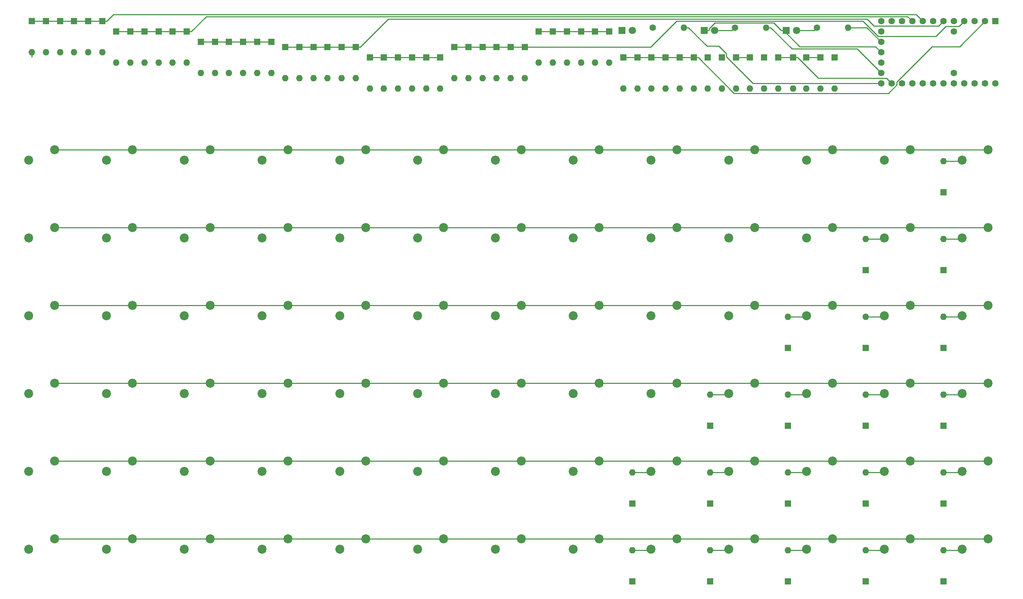
<source format=gbr>
%TF.GenerationSoftware,KiCad,Pcbnew,5.1.8-5.1.8*%
%TF.CreationDate,2020-11-21T17:42:12+00:00*%
%TF.ProjectId,m78,6d37382e-6b69-4636-9164-5f7063625858,rev?*%
%TF.SameCoordinates,Original*%
%TF.FileFunction,Copper,L1,Top*%
%TF.FilePolarity,Positive*%
%FSLAX46Y46*%
G04 Gerber Fmt 4.6, Leading zero omitted, Abs format (unit mm)*
G04 Created by KiCad (PCBNEW 5.1.8-5.1.8) date 2020-11-21 17:42:12*
%MOMM*%
%LPD*%
G01*
G04 APERTURE LIST*
%TA.AperFunction,ComponentPad*%
%ADD10R,1.600000X1.600000*%
%TD*%
%TA.AperFunction,ComponentPad*%
%ADD11O,1.600000X1.600000*%
%TD*%
%TA.AperFunction,ComponentPad*%
%ADD12C,2.200000*%
%TD*%
%TA.AperFunction,ComponentPad*%
%ADD13C,1.600000*%
%TD*%
%TA.AperFunction,ComponentPad*%
%ADD14C,1.800000*%
%TD*%
%TA.AperFunction,ComponentPad*%
%ADD15R,1.800000X1.800000*%
%TD*%
%TA.AperFunction,Conductor*%
%ADD16C,0.250000*%
%TD*%
G04 APERTURE END LIST*
D10*
%TO.P,D1,1*%
%TO.N,c0*%
X24861800Y-16810000D03*
D11*
%TO.P,D1,2*%
%TO.N,Net-(D1-Pad2)*%
X24861800Y-24430000D03*
%TD*%
D10*
%TO.P,D72,1*%
%TO.N,c11*%
X229060000Y-153970000D03*
D11*
%TO.P,D72,2*%
%TO.N,Net-(D72-Pad2)*%
X229060000Y-146350000D03*
%TD*%
D10*
%TO.P,D66,1*%
%TO.N,c10*%
X210010000Y-153970000D03*
D11*
%TO.P,D66,2*%
%TO.N,Net-(D66-Pad2)*%
X210010000Y-146350000D03*
%TD*%
D10*
%TO.P,D60,1*%
%TO.N,c9*%
X190960000Y-153970000D03*
D11*
%TO.P,D60,2*%
%TO.N,Net-(D60-Pad2)*%
X190960000Y-146350000D03*
%TD*%
D10*
%TO.P,D54,1*%
%TO.N,c8*%
X171910000Y-153970000D03*
D11*
%TO.P,D54,2*%
%TO.N,Net-(D54-Pad2)*%
X171910000Y-146350000D03*
%TD*%
D10*
%TO.P,D48,1*%
%TO.N,c7*%
X186953000Y-25700000D03*
D11*
%TO.P,D48,2*%
%TO.N,Net-(D48-Pad2)*%
X186953000Y-33320000D03*
%TD*%
D10*
%TO.P,D42,1*%
%TO.N,c6*%
X166260000Y-19350000D03*
D11*
%TO.P,D42,2*%
%TO.N,Net-(D42-Pad2)*%
X166260000Y-26970000D03*
%TD*%
D10*
%TO.P,D36,1*%
%TO.N,c5*%
X145568000Y-23160000D03*
D11*
%TO.P,D36,2*%
%TO.N,Net-(D36-Pad2)*%
X145568000Y-30780000D03*
%TD*%
D10*
%TO.P,D30,1*%
%TO.N,c4*%
X124875000Y-25700000D03*
D11*
%TO.P,D30,2*%
%TO.N,Net-(D30-Pad2)*%
X124875000Y-33320000D03*
%TD*%
D10*
%TO.P,D24,1*%
%TO.N,c3*%
X104183000Y-23160000D03*
D11*
%TO.P,D24,2*%
%TO.N,Net-(D24-Pad2)*%
X104183000Y-30780000D03*
%TD*%
D10*
%TO.P,D18,1*%
%TO.N,c2*%
X83490400Y-21890000D03*
D11*
%TO.P,D18,2*%
%TO.N,Net-(D18-Pad2)*%
X83490400Y-29510000D03*
%TD*%
D10*
%TO.P,D12,1*%
%TO.N,c1*%
X62797900Y-19350000D03*
D11*
%TO.P,D12,2*%
%TO.N,Net-(D12-Pad2)*%
X62797900Y-26970000D03*
%TD*%
D10*
%TO.P,D6,1*%
%TO.N,c0*%
X42105500Y-16810000D03*
D11*
%TO.P,D6,2*%
%TO.N,Net-(D6-Pad2)*%
X42105500Y-24430000D03*
%TD*%
D10*
%TO.P,D67,1*%
%TO.N,c11*%
X221440000Y-25700000D03*
D11*
%TO.P,D67,2*%
%TO.N,Net-(D67-Pad2)*%
X221440000Y-33320000D03*
%TD*%
D10*
%TO.P,D77,1*%
%TO.N,c12*%
X248110000Y-134920000D03*
D11*
%TO.P,D77,2*%
%TO.N,Net-(D77-Pad2)*%
X248110000Y-127300000D03*
%TD*%
D10*
%TO.P,D76,1*%
%TO.N,c12*%
X248110000Y-115870000D03*
D11*
%TO.P,D76,2*%
%TO.N,Net-(D76-Pad2)*%
X248110000Y-108250000D03*
%TD*%
D10*
%TO.P,D75,1*%
%TO.N,c12*%
X248110000Y-96820000D03*
D11*
%TO.P,D75,2*%
%TO.N,Net-(D75-Pad2)*%
X248110000Y-89200000D03*
%TD*%
D10*
%TO.P,D74,1*%
%TO.N,c12*%
X248110000Y-77770000D03*
D11*
%TO.P,D74,2*%
%TO.N,Net-(D74-Pad2)*%
X248110000Y-70150000D03*
%TD*%
D10*
%TO.P,D73,1*%
%TO.N,c12*%
X248110000Y-58720000D03*
D11*
%TO.P,D73,2*%
%TO.N,Net-(D73-Pad2)*%
X248110000Y-51100000D03*
%TD*%
D10*
%TO.P,D71,1*%
%TO.N,c11*%
X229060000Y-134920000D03*
D11*
%TO.P,D71,2*%
%TO.N,Net-(D71-Pad2)*%
X229060000Y-127300000D03*
%TD*%
D10*
%TO.P,D70,1*%
%TO.N,c11*%
X229060000Y-115870000D03*
D11*
%TO.P,D70,2*%
%TO.N,Net-(D70-Pad2)*%
X229060000Y-108250000D03*
%TD*%
D10*
%TO.P,D69,1*%
%TO.N,c11*%
X229060000Y-96820000D03*
D11*
%TO.P,D69,2*%
%TO.N,Net-(D69-Pad2)*%
X229060000Y-89200000D03*
%TD*%
D10*
%TO.P,D68,1*%
%TO.N,c11*%
X229060000Y-77770000D03*
D11*
%TO.P,D68,2*%
%TO.N,Net-(D68-Pad2)*%
X229060000Y-70150000D03*
%TD*%
D10*
%TO.P,D65,1*%
%TO.N,c10*%
X210010000Y-134920000D03*
D11*
%TO.P,D65,2*%
%TO.N,Net-(D65-Pad2)*%
X210010000Y-127300000D03*
%TD*%
D10*
%TO.P,D64,1*%
%TO.N,c10*%
X210010000Y-115870000D03*
D11*
%TO.P,D64,2*%
%TO.N,Net-(D64-Pad2)*%
X210010000Y-108250000D03*
%TD*%
D10*
%TO.P,D63,1*%
%TO.N,c10*%
X210010000Y-96820000D03*
D11*
%TO.P,D63,2*%
%TO.N,Net-(D63-Pad2)*%
X210010000Y-89200000D03*
%TD*%
D10*
%TO.P,D62,1*%
%TO.N,c10*%
X214542000Y-25700000D03*
D11*
%TO.P,D62,2*%
%TO.N,Net-(D62-Pad2)*%
X214542000Y-33320000D03*
%TD*%
D10*
%TO.P,D61,1*%
%TO.N,c10*%
X217991000Y-25700000D03*
D11*
%TO.P,D61,2*%
%TO.N,Net-(D61-Pad2)*%
X217991000Y-33320000D03*
%TD*%
D10*
%TO.P,D59,1*%
%TO.N,c9*%
X190960000Y-134920000D03*
D11*
%TO.P,D59,2*%
%TO.N,Net-(D59-Pad2)*%
X190960000Y-127300000D03*
%TD*%
D10*
%TO.P,D58,1*%
%TO.N,c9*%
X190960000Y-115870000D03*
D11*
%TO.P,D58,2*%
%TO.N,Net-(D58-Pad2)*%
X190960000Y-108250000D03*
%TD*%
D10*
%TO.P,D57,1*%
%TO.N,c9*%
X211280000Y-25700000D03*
D11*
%TO.P,D57,2*%
%TO.N,Net-(D57-Pad2)*%
X211280000Y-33320000D03*
%TD*%
D10*
%TO.P,D56,1*%
%TO.N,c9*%
X207645000Y-25700000D03*
D11*
%TO.P,D56,2*%
%TO.N,Net-(D56-Pad2)*%
X207645000Y-33320000D03*
%TD*%
D10*
%TO.P,D55,1*%
%TO.N,c9*%
X204196000Y-25700000D03*
D11*
%TO.P,D55,2*%
%TO.N,Net-(D55-Pad2)*%
X204196000Y-33320000D03*
%TD*%
D10*
%TO.P,D53,1*%
%TO.N,c8*%
X171910000Y-134920000D03*
D11*
%TO.P,D53,2*%
%TO.N,Net-(D53-Pad2)*%
X171910000Y-127300000D03*
%TD*%
D10*
%TO.P,D52,1*%
%TO.N,c8*%
X200748000Y-25700000D03*
D11*
%TO.P,D52,2*%
%TO.N,Net-(D52-Pad2)*%
X200748000Y-33320000D03*
%TD*%
D10*
%TO.P,D51,1*%
%TO.N,c8*%
X197299000Y-25700000D03*
D11*
%TO.P,D51,2*%
%TO.N,Net-(D51-Pad2)*%
X197299000Y-33320000D03*
%TD*%
D10*
%TO.P,D50,1*%
%TO.N,c8*%
X193850000Y-25700000D03*
D11*
%TO.P,D50,2*%
%TO.N,Net-(D50-Pad2)*%
X193850000Y-33320000D03*
%TD*%
D10*
%TO.P,D49,1*%
%TO.N,c8*%
X190401000Y-25700000D03*
D11*
%TO.P,D49,2*%
%TO.N,Net-(D49-Pad2)*%
X190401000Y-33320000D03*
%TD*%
D10*
%TO.P,D47,1*%
%TO.N,c7*%
X183504000Y-25700000D03*
D11*
%TO.P,D47,2*%
%TO.N,Net-(D47-Pad2)*%
X183504000Y-33320000D03*
%TD*%
D10*
%TO.P,D46,1*%
%TO.N,c7*%
X180055000Y-25700000D03*
D11*
%TO.P,D46,2*%
%TO.N,Net-(D46-Pad2)*%
X180055000Y-33320000D03*
%TD*%
D10*
%TO.P,D45,1*%
%TO.N,c7*%
X176606000Y-25700000D03*
D11*
%TO.P,D45,2*%
%TO.N,Net-(D45-Pad2)*%
X176606000Y-33320000D03*
%TD*%
D10*
%TO.P,D44,1*%
%TO.N,c7*%
X173158000Y-25700000D03*
D11*
%TO.P,D44,2*%
%TO.N,Net-(D44-Pad2)*%
X173158000Y-33320000D03*
%TD*%
D10*
%TO.P,D43,1*%
%TO.N,c7*%
X169709000Y-25700000D03*
D11*
%TO.P,D43,2*%
%TO.N,Net-(D43-Pad2)*%
X169709000Y-33320000D03*
%TD*%
D10*
%TO.P,D41,1*%
%TO.N,c6*%
X162811000Y-19350000D03*
D11*
%TO.P,D41,2*%
%TO.N,Net-(D41-Pad2)*%
X162811000Y-26970000D03*
%TD*%
D10*
%TO.P,D40,1*%
%TO.N,c6*%
X159363000Y-19350000D03*
D11*
%TO.P,D40,2*%
%TO.N,Net-(D40-Pad2)*%
X159363000Y-26970000D03*
%TD*%
D10*
%TO.P,D39,1*%
%TO.N,c6*%
X155914000Y-19350000D03*
D11*
%TO.P,D39,2*%
%TO.N,Net-(D39-Pad2)*%
X155914000Y-26970000D03*
%TD*%
D10*
%TO.P,D38,1*%
%TO.N,c6*%
X152465000Y-19350000D03*
D11*
%TO.P,D38,2*%
%TO.N,Net-(D38-Pad2)*%
X152465000Y-26970000D03*
%TD*%
D10*
%TO.P,D37,1*%
%TO.N,c6*%
X149016000Y-19350000D03*
D11*
%TO.P,D37,2*%
%TO.N,Net-(D37-Pad2)*%
X149016000Y-26970000D03*
%TD*%
D10*
%TO.P,D35,1*%
%TO.N,c5*%
X142119000Y-23160000D03*
D11*
%TO.P,D35,2*%
%TO.N,Net-(D35-Pad2)*%
X142119000Y-30780000D03*
%TD*%
D10*
%TO.P,D34,1*%
%TO.N,c5*%
X138670000Y-23160000D03*
D11*
%TO.P,D34,2*%
%TO.N,Net-(D34-Pad2)*%
X138670000Y-30780000D03*
%TD*%
D10*
%TO.P,D33,1*%
%TO.N,c5*%
X135221000Y-23160000D03*
D11*
%TO.P,D33,2*%
%TO.N,Net-(D33-Pad2)*%
X135221000Y-30780000D03*
%TD*%
D10*
%TO.P,D32,1*%
%TO.N,c5*%
X131773000Y-23160000D03*
D11*
%TO.P,D32,2*%
%TO.N,Net-(D32-Pad2)*%
X131773000Y-30780000D03*
%TD*%
D10*
%TO.P,D31,1*%
%TO.N,c5*%
X128324000Y-23160000D03*
D11*
%TO.P,D31,2*%
%TO.N,Net-(D31-Pad2)*%
X128324000Y-30780000D03*
%TD*%
D10*
%TO.P,D29,1*%
%TO.N,c4*%
X121427000Y-25700000D03*
D11*
%TO.P,D29,2*%
%TO.N,Net-(D29-Pad2)*%
X121427000Y-33320000D03*
%TD*%
D10*
%TO.P,D28,1*%
%TO.N,c4*%
X117978000Y-25700000D03*
D11*
%TO.P,D28,2*%
%TO.N,Net-(D28-Pad2)*%
X117978000Y-33320000D03*
%TD*%
D10*
%TO.P,D27,1*%
%TO.N,c4*%
X114529000Y-25700000D03*
D11*
%TO.P,D27,2*%
%TO.N,Net-(D27-Pad2)*%
X114529000Y-33320000D03*
%TD*%
D10*
%TO.P,D26,1*%
%TO.N,c4*%
X111080000Y-25700000D03*
D11*
%TO.P,D26,2*%
%TO.N,Net-(D26-Pad2)*%
X111080000Y-33320000D03*
%TD*%
D10*
%TO.P,D25,1*%
%TO.N,c4*%
X107632000Y-25700000D03*
D11*
%TO.P,D25,2*%
%TO.N,Net-(D25-Pad2)*%
X107632000Y-33320000D03*
%TD*%
D10*
%TO.P,D23,1*%
%TO.N,c3*%
X100734000Y-23160000D03*
D11*
%TO.P,D23,2*%
%TO.N,Net-(D23-Pad2)*%
X100734000Y-30780000D03*
%TD*%
D10*
%TO.P,D22,1*%
%TO.N,c3*%
X97285300Y-23160000D03*
D11*
%TO.P,D22,2*%
%TO.N,Net-(D22-Pad2)*%
X97285300Y-30780000D03*
%TD*%
D10*
%TO.P,D21,1*%
%TO.N,c3*%
X93836600Y-23160000D03*
D11*
%TO.P,D21,2*%
%TO.N,Net-(D21-Pad2)*%
X93836600Y-30780000D03*
%TD*%
D10*
%TO.P,D20,1*%
%TO.N,c3*%
X90387900Y-23160000D03*
D11*
%TO.P,D20,2*%
%TO.N,Net-(D20-Pad2)*%
X90387900Y-30780000D03*
%TD*%
D10*
%TO.P,D19,1*%
%TO.N,c3*%
X86939100Y-23160000D03*
D11*
%TO.P,D19,2*%
%TO.N,Net-(D19-Pad2)*%
X86939100Y-30780000D03*
%TD*%
D10*
%TO.P,D17,1*%
%TO.N,c2*%
X80041600Y-21890000D03*
D11*
%TO.P,D17,2*%
%TO.N,Net-(D17-Pad2)*%
X80041600Y-29510000D03*
%TD*%
D10*
%TO.P,D16,1*%
%TO.N,c2*%
X76592900Y-21890000D03*
D11*
%TO.P,D16,2*%
%TO.N,Net-(D16-Pad2)*%
X76592900Y-29510000D03*
%TD*%
D10*
%TO.P,D15,1*%
%TO.N,c2*%
X73144200Y-21890000D03*
D11*
%TO.P,D15,2*%
%TO.N,Net-(D15-Pad2)*%
X73144200Y-29510000D03*
%TD*%
D10*
%TO.P,D14,1*%
%TO.N,c2*%
X69695400Y-21890000D03*
D11*
%TO.P,D14,2*%
%TO.N,Net-(D14-Pad2)*%
X69695400Y-29510000D03*
%TD*%
D10*
%TO.P,D13,1*%
%TO.N,c2*%
X66246700Y-21890000D03*
D11*
%TO.P,D13,2*%
%TO.N,Net-(D13-Pad2)*%
X66246700Y-29510000D03*
%TD*%
D10*
%TO.P,D11,1*%
%TO.N,c1*%
X59349200Y-19350000D03*
D11*
%TO.P,D11,2*%
%TO.N,Net-(D11-Pad2)*%
X59349200Y-26970000D03*
%TD*%
D10*
%TO.P,D10,1*%
%TO.N,c1*%
X55900500Y-19350000D03*
D11*
%TO.P,D10,2*%
%TO.N,Net-(D10-Pad2)*%
X55900500Y-26970000D03*
%TD*%
D10*
%TO.P,D9,1*%
%TO.N,c1*%
X52451700Y-19350000D03*
D11*
%TO.P,D9,2*%
%TO.N,Net-(D9-Pad2)*%
X52451700Y-26970000D03*
%TD*%
D10*
%TO.P,D8,1*%
%TO.N,c1*%
X49003000Y-19350000D03*
D11*
%TO.P,D8,2*%
%TO.N,Net-(D8-Pad2)*%
X49003000Y-26970000D03*
%TD*%
D10*
%TO.P,D7,1*%
%TO.N,c1*%
X45554200Y-19350000D03*
D11*
%TO.P,D7,2*%
%TO.N,Net-(D7-Pad2)*%
X45554200Y-26970000D03*
%TD*%
D10*
%TO.P,D5,1*%
%TO.N,c0*%
X38656800Y-16810000D03*
D11*
%TO.P,D5,2*%
%TO.N,Net-(D5-Pad2)*%
X38656800Y-24430000D03*
%TD*%
D10*
%TO.P,D4,1*%
%TO.N,c0*%
X35208000Y-16810000D03*
D11*
%TO.P,D4,2*%
%TO.N,Net-(D4-Pad2)*%
X35208000Y-24430000D03*
%TD*%
D10*
%TO.P,D3,1*%
%TO.N,c0*%
X31759300Y-16810000D03*
D11*
%TO.P,D3,2*%
%TO.N,Net-(D3-Pad2)*%
X31759300Y-24430000D03*
%TD*%
D10*
%TO.P,D2,1*%
%TO.N,c0*%
X28310500Y-16810000D03*
D11*
%TO.P,D2,2*%
%TO.N,Net-(D2-Pad2)*%
X28310500Y-24430000D03*
%TD*%
%TO.P,D78,2*%
%TO.N,Net-(D78-Pad2)*%
X248110000Y-146350000D03*
D10*
%TO.P,D78,1*%
%TO.N,c12*%
X248110000Y-153970000D03*
%TD*%
D12*
%TO.P,SW78,2*%
%TO.N,Net-(D78-Pad2)*%
X252730000Y-146050000D03*
%TO.P,SW78,1*%
%TO.N,r5*%
X259080000Y-143510000D03*
%TD*%
%TO.P,SW77,2*%
%TO.N,Net-(D77-Pad2)*%
X252730000Y-127000000D03*
%TO.P,SW77,1*%
%TO.N,r4*%
X259080000Y-124460000D03*
%TD*%
%TO.P,SW76,2*%
%TO.N,Net-(D76-Pad2)*%
X252730000Y-107950000D03*
%TO.P,SW76,1*%
%TO.N,r3*%
X259080000Y-105410000D03*
%TD*%
%TO.P,SW75,2*%
%TO.N,Net-(D75-Pad2)*%
X252730000Y-88900000D03*
%TO.P,SW75,1*%
%TO.N,r2*%
X259080000Y-86360000D03*
%TD*%
%TO.P,SW74,2*%
%TO.N,Net-(D74-Pad2)*%
X252730000Y-69850000D03*
%TO.P,SW74,1*%
%TO.N,r1*%
X259080000Y-67310000D03*
%TD*%
%TO.P,SW73,2*%
%TO.N,Net-(D73-Pad2)*%
X252730000Y-50800000D03*
%TO.P,SW73,1*%
%TO.N,r0*%
X259080000Y-48260000D03*
%TD*%
%TO.P,SW72,2*%
%TO.N,Net-(D72-Pad2)*%
X233680000Y-146050000D03*
%TO.P,SW72,1*%
%TO.N,r5*%
X240030000Y-143510000D03*
%TD*%
%TO.P,SW71,2*%
%TO.N,Net-(D71-Pad2)*%
X233680000Y-127000000D03*
%TO.P,SW71,1*%
%TO.N,r4*%
X240030000Y-124460000D03*
%TD*%
%TO.P,SW70,2*%
%TO.N,Net-(D70-Pad2)*%
X233680000Y-107950000D03*
%TO.P,SW70,1*%
%TO.N,r3*%
X240030000Y-105410000D03*
%TD*%
%TO.P,SW69,2*%
%TO.N,Net-(D69-Pad2)*%
X233680000Y-88900000D03*
%TO.P,SW69,1*%
%TO.N,r2*%
X240030000Y-86360000D03*
%TD*%
%TO.P,SW68,2*%
%TO.N,Net-(D68-Pad2)*%
X233680000Y-69850000D03*
%TO.P,SW68,1*%
%TO.N,r1*%
X240030000Y-67310000D03*
%TD*%
%TO.P,SW67,2*%
%TO.N,Net-(D67-Pad2)*%
X233680000Y-50800000D03*
%TO.P,SW67,1*%
%TO.N,r0*%
X240030000Y-48260000D03*
%TD*%
%TO.P,SW66,2*%
%TO.N,Net-(D66-Pad2)*%
X214630000Y-146050000D03*
%TO.P,SW66,1*%
%TO.N,r5*%
X220980000Y-143510000D03*
%TD*%
%TO.P,SW65,2*%
%TO.N,Net-(D65-Pad2)*%
X214630000Y-127000000D03*
%TO.P,SW65,1*%
%TO.N,r4*%
X220980000Y-124460000D03*
%TD*%
%TO.P,SW64,2*%
%TO.N,Net-(D64-Pad2)*%
X214630000Y-107950000D03*
%TO.P,SW64,1*%
%TO.N,r3*%
X220980000Y-105410000D03*
%TD*%
%TO.P,SW63,2*%
%TO.N,Net-(D63-Pad2)*%
X214630000Y-88900000D03*
%TO.P,SW63,1*%
%TO.N,r2*%
X220980000Y-86360000D03*
%TD*%
%TO.P,SW62,2*%
%TO.N,Net-(D62-Pad2)*%
X214630000Y-69850000D03*
%TO.P,SW62,1*%
%TO.N,r1*%
X220980000Y-67310000D03*
%TD*%
%TO.P,SW61,2*%
%TO.N,Net-(D61-Pad2)*%
X214630000Y-50800000D03*
%TO.P,SW61,1*%
%TO.N,r0*%
X220980000Y-48260000D03*
%TD*%
%TO.P,SW60,2*%
%TO.N,Net-(D60-Pad2)*%
X195580000Y-146050000D03*
%TO.P,SW60,1*%
%TO.N,r5*%
X201930000Y-143510000D03*
%TD*%
%TO.P,SW59,2*%
%TO.N,Net-(D59-Pad2)*%
X195580000Y-127000000D03*
%TO.P,SW59,1*%
%TO.N,r4*%
X201930000Y-124460000D03*
%TD*%
%TO.P,SW58,2*%
%TO.N,Net-(D58-Pad2)*%
X195580000Y-107950000D03*
%TO.P,SW58,1*%
%TO.N,r3*%
X201930000Y-105410000D03*
%TD*%
%TO.P,SW57,2*%
%TO.N,Net-(D57-Pad2)*%
X195580000Y-88900000D03*
%TO.P,SW57,1*%
%TO.N,r2*%
X201930000Y-86360000D03*
%TD*%
%TO.P,SW56,2*%
%TO.N,Net-(D56-Pad2)*%
X195580000Y-69850000D03*
%TO.P,SW56,1*%
%TO.N,r1*%
X201930000Y-67310000D03*
%TD*%
%TO.P,SW55,2*%
%TO.N,Net-(D55-Pad2)*%
X195580000Y-50800000D03*
%TO.P,SW55,1*%
%TO.N,r0*%
X201930000Y-48260000D03*
%TD*%
%TO.P,SW54,2*%
%TO.N,Net-(D54-Pad2)*%
X176530000Y-146050000D03*
%TO.P,SW54,1*%
%TO.N,r5*%
X182880000Y-143510000D03*
%TD*%
%TO.P,SW53,2*%
%TO.N,Net-(D53-Pad2)*%
X176530000Y-127000000D03*
%TO.P,SW53,1*%
%TO.N,r4*%
X182880000Y-124460000D03*
%TD*%
%TO.P,SW52,2*%
%TO.N,Net-(D52-Pad2)*%
X176530000Y-107950000D03*
%TO.P,SW52,1*%
%TO.N,r3*%
X182880000Y-105410000D03*
%TD*%
%TO.P,SW51,2*%
%TO.N,Net-(D51-Pad2)*%
X176530000Y-88900000D03*
%TO.P,SW51,1*%
%TO.N,r2*%
X182880000Y-86360000D03*
%TD*%
%TO.P,SW50,2*%
%TO.N,Net-(D50-Pad2)*%
X176530000Y-69850000D03*
%TO.P,SW50,1*%
%TO.N,r1*%
X182880000Y-67310000D03*
%TD*%
%TO.P,SW49,2*%
%TO.N,Net-(D49-Pad2)*%
X176530000Y-50800000D03*
%TO.P,SW49,1*%
%TO.N,r0*%
X182880000Y-48260000D03*
%TD*%
%TO.P,SW48,2*%
%TO.N,Net-(D48-Pad2)*%
X157480000Y-146050000D03*
%TO.P,SW48,1*%
%TO.N,r5*%
X163830000Y-143510000D03*
%TD*%
%TO.P,SW47,2*%
%TO.N,Net-(D47-Pad2)*%
X157480000Y-127000000D03*
%TO.P,SW47,1*%
%TO.N,r4*%
X163830000Y-124460000D03*
%TD*%
%TO.P,SW46,2*%
%TO.N,Net-(D46-Pad2)*%
X157480000Y-107950000D03*
%TO.P,SW46,1*%
%TO.N,r3*%
X163830000Y-105410000D03*
%TD*%
%TO.P,SW45,2*%
%TO.N,Net-(D45-Pad2)*%
X157480000Y-88900000D03*
%TO.P,SW45,1*%
%TO.N,r2*%
X163830000Y-86360000D03*
%TD*%
%TO.P,SW44,2*%
%TO.N,Net-(D44-Pad2)*%
X157480000Y-69850000D03*
%TO.P,SW44,1*%
%TO.N,r1*%
X163830000Y-67310000D03*
%TD*%
%TO.P,SW43,2*%
%TO.N,Net-(D43-Pad2)*%
X157480000Y-50800000D03*
%TO.P,SW43,1*%
%TO.N,r0*%
X163830000Y-48260000D03*
%TD*%
%TO.P,SW42,2*%
%TO.N,Net-(D42-Pad2)*%
X138430000Y-146050000D03*
%TO.P,SW42,1*%
%TO.N,r5*%
X144780000Y-143510000D03*
%TD*%
%TO.P,SW41,2*%
%TO.N,Net-(D41-Pad2)*%
X138430000Y-127000000D03*
%TO.P,SW41,1*%
%TO.N,r4*%
X144780000Y-124460000D03*
%TD*%
%TO.P,SW40,2*%
%TO.N,Net-(D40-Pad2)*%
X138430000Y-107950000D03*
%TO.P,SW40,1*%
%TO.N,r3*%
X144780000Y-105410000D03*
%TD*%
%TO.P,SW39,2*%
%TO.N,Net-(D39-Pad2)*%
X138430000Y-88900000D03*
%TO.P,SW39,1*%
%TO.N,r2*%
X144780000Y-86360000D03*
%TD*%
%TO.P,SW38,2*%
%TO.N,Net-(D38-Pad2)*%
X138430000Y-69850000D03*
%TO.P,SW38,1*%
%TO.N,r1*%
X144780000Y-67310000D03*
%TD*%
%TO.P,SW37,2*%
%TO.N,Net-(D37-Pad2)*%
X138430000Y-50800000D03*
%TO.P,SW37,1*%
%TO.N,r0*%
X144780000Y-48260000D03*
%TD*%
%TO.P,SW36,2*%
%TO.N,Net-(D36-Pad2)*%
X119380000Y-146050000D03*
%TO.P,SW36,1*%
%TO.N,r5*%
X125730000Y-143510000D03*
%TD*%
%TO.P,SW35,2*%
%TO.N,Net-(D35-Pad2)*%
X119380000Y-127000000D03*
%TO.P,SW35,1*%
%TO.N,r4*%
X125730000Y-124460000D03*
%TD*%
%TO.P,SW34,2*%
%TO.N,Net-(D34-Pad2)*%
X119380000Y-107950000D03*
%TO.P,SW34,1*%
%TO.N,r3*%
X125730000Y-105410000D03*
%TD*%
%TO.P,SW33,2*%
%TO.N,Net-(D33-Pad2)*%
X119380000Y-88900000D03*
%TO.P,SW33,1*%
%TO.N,r2*%
X125730000Y-86360000D03*
%TD*%
%TO.P,SW32,2*%
%TO.N,Net-(D32-Pad2)*%
X119380000Y-69850000D03*
%TO.P,SW32,1*%
%TO.N,r1*%
X125730000Y-67310000D03*
%TD*%
%TO.P,SW31,2*%
%TO.N,Net-(D31-Pad2)*%
X119380000Y-50800000D03*
%TO.P,SW31,1*%
%TO.N,r0*%
X125730000Y-48260000D03*
%TD*%
%TO.P,SW30,2*%
%TO.N,Net-(D30-Pad2)*%
X100330000Y-146050000D03*
%TO.P,SW30,1*%
%TO.N,r5*%
X106680000Y-143510000D03*
%TD*%
%TO.P,SW29,2*%
%TO.N,Net-(D29-Pad2)*%
X100330000Y-127000000D03*
%TO.P,SW29,1*%
%TO.N,r4*%
X106680000Y-124460000D03*
%TD*%
%TO.P,SW28,2*%
%TO.N,Net-(D28-Pad2)*%
X100330000Y-107950000D03*
%TO.P,SW28,1*%
%TO.N,r3*%
X106680000Y-105410000D03*
%TD*%
%TO.P,SW27,2*%
%TO.N,Net-(D27-Pad2)*%
X100330000Y-88900000D03*
%TO.P,SW27,1*%
%TO.N,r2*%
X106680000Y-86360000D03*
%TD*%
%TO.P,SW26,2*%
%TO.N,Net-(D26-Pad2)*%
X100330000Y-69850000D03*
%TO.P,SW26,1*%
%TO.N,r1*%
X106680000Y-67310000D03*
%TD*%
%TO.P,SW25,2*%
%TO.N,Net-(D25-Pad2)*%
X100330000Y-50800000D03*
%TO.P,SW25,1*%
%TO.N,r0*%
X106680000Y-48260000D03*
%TD*%
%TO.P,SW24,2*%
%TO.N,Net-(D24-Pad2)*%
X81280000Y-146050000D03*
%TO.P,SW24,1*%
%TO.N,r5*%
X87630000Y-143510000D03*
%TD*%
%TO.P,SW23,2*%
%TO.N,Net-(D23-Pad2)*%
X81280000Y-127000000D03*
%TO.P,SW23,1*%
%TO.N,r4*%
X87630000Y-124460000D03*
%TD*%
%TO.P,SW22,2*%
%TO.N,Net-(D22-Pad2)*%
X81280000Y-107950000D03*
%TO.P,SW22,1*%
%TO.N,r3*%
X87630000Y-105410000D03*
%TD*%
%TO.P,SW21,2*%
%TO.N,Net-(D21-Pad2)*%
X81280000Y-88900000D03*
%TO.P,SW21,1*%
%TO.N,r2*%
X87630000Y-86360000D03*
%TD*%
%TO.P,SW20,2*%
%TO.N,Net-(D20-Pad2)*%
X81280000Y-69850000D03*
%TO.P,SW20,1*%
%TO.N,r1*%
X87630000Y-67310000D03*
%TD*%
%TO.P,SW19,2*%
%TO.N,Net-(D19-Pad2)*%
X81280000Y-50800000D03*
%TO.P,SW19,1*%
%TO.N,r0*%
X87630000Y-48260000D03*
%TD*%
%TO.P,SW18,2*%
%TO.N,Net-(D18-Pad2)*%
X62230000Y-146050000D03*
%TO.P,SW18,1*%
%TO.N,r5*%
X68580000Y-143510000D03*
%TD*%
%TO.P,SW17,2*%
%TO.N,Net-(D17-Pad2)*%
X62230000Y-127000000D03*
%TO.P,SW17,1*%
%TO.N,r4*%
X68580000Y-124460000D03*
%TD*%
%TO.P,SW16,2*%
%TO.N,Net-(D16-Pad2)*%
X62230000Y-107950000D03*
%TO.P,SW16,1*%
%TO.N,r3*%
X68580000Y-105410000D03*
%TD*%
%TO.P,SW15,2*%
%TO.N,Net-(D15-Pad2)*%
X62230000Y-88900000D03*
%TO.P,SW15,1*%
%TO.N,r2*%
X68580000Y-86360000D03*
%TD*%
%TO.P,SW14,2*%
%TO.N,Net-(D14-Pad2)*%
X62230000Y-69850000D03*
%TO.P,SW14,1*%
%TO.N,r1*%
X68580000Y-67310000D03*
%TD*%
%TO.P,SW13,2*%
%TO.N,Net-(D13-Pad2)*%
X62230000Y-50800000D03*
%TO.P,SW13,1*%
%TO.N,r0*%
X68580000Y-48260000D03*
%TD*%
%TO.P,SW12,2*%
%TO.N,Net-(D12-Pad2)*%
X43180000Y-146050000D03*
%TO.P,SW12,1*%
%TO.N,r5*%
X49530000Y-143510000D03*
%TD*%
%TO.P,SW11,2*%
%TO.N,Net-(D11-Pad2)*%
X43180000Y-127000000D03*
%TO.P,SW11,1*%
%TO.N,r4*%
X49530000Y-124460000D03*
%TD*%
%TO.P,SW10,2*%
%TO.N,Net-(D10-Pad2)*%
X43180000Y-107950000D03*
%TO.P,SW10,1*%
%TO.N,r3*%
X49530000Y-105410000D03*
%TD*%
%TO.P,SW9,2*%
%TO.N,Net-(D9-Pad2)*%
X43180000Y-88900000D03*
%TO.P,SW9,1*%
%TO.N,r2*%
X49530000Y-86360000D03*
%TD*%
%TO.P,SW8,2*%
%TO.N,Net-(D8-Pad2)*%
X43180000Y-69850000D03*
%TO.P,SW8,1*%
%TO.N,r1*%
X49530000Y-67310000D03*
%TD*%
%TO.P,SW7,2*%
%TO.N,Net-(D7-Pad2)*%
X43180000Y-50800000D03*
%TO.P,SW7,1*%
%TO.N,r0*%
X49530000Y-48260000D03*
%TD*%
%TO.P,SW6,2*%
%TO.N,Net-(D6-Pad2)*%
X24130000Y-146050000D03*
%TO.P,SW6,1*%
%TO.N,r5*%
X30480000Y-143510000D03*
%TD*%
%TO.P,SW5,2*%
%TO.N,Net-(D5-Pad2)*%
X24130000Y-127000000D03*
%TO.P,SW5,1*%
%TO.N,r4*%
X30480000Y-124460000D03*
%TD*%
%TO.P,SW4,2*%
%TO.N,Net-(D4-Pad2)*%
X24130000Y-107950000D03*
%TO.P,SW4,1*%
%TO.N,r3*%
X30480000Y-105410000D03*
%TD*%
%TO.P,SW3,2*%
%TO.N,Net-(D3-Pad2)*%
X24130000Y-88900000D03*
%TO.P,SW3,1*%
%TO.N,r2*%
X30480000Y-86360000D03*
%TD*%
%TO.P,SW2,2*%
%TO.N,Net-(D2-Pad2)*%
X24130000Y-69850000D03*
%TO.P,SW2,1*%
%TO.N,r1*%
X30480000Y-67310000D03*
%TD*%
%TO.P,SW1,2*%
%TO.N,Net-(D1-Pad2)*%
X24130000Y-50800000D03*
%TO.P,SW1,1*%
%TO.N,r0*%
X30480000Y-48260000D03*
%TD*%
D13*
%TO.P,U1,15*%
%TO.N,gnd*%
X232870000Y-24430000D03*
D10*
%TO.P,U1,1*%
%TO.N,N/C*%
X260810000Y-16810000D03*
D13*
%TO.P,U1,2*%
%TO.N,c7*%
X258270000Y-16810000D03*
%TO.P,U1,3*%
%TO.N,c6*%
X255730000Y-16810000D03*
%TO.P,U1,4*%
%TO.N,c5*%
X253190000Y-16810000D03*
%TO.P,U1,5*%
%TO.N,c4*%
X250650000Y-16810000D03*
%TO.P,U1,6*%
%TO.N,c3*%
X248110000Y-16810000D03*
%TO.P,U1,7*%
%TO.N,c2*%
X245570000Y-16810000D03*
%TO.P,U1,8*%
%TO.N,c0*%
X243030000Y-16810000D03*
%TO.P,U1,9*%
%TO.N,c1*%
X240490000Y-16810000D03*
%TO.P,U1,10*%
%TO.N,N/C*%
X237950000Y-16810000D03*
%TO.P,U1,11*%
X235410000Y-16810000D03*
%TO.P,U1,12*%
%TO.N,c8*%
X232870000Y-16810000D03*
%TO.P,U1,13*%
%TO.N,N/C*%
X232870000Y-19350000D03*
%TO.P,U1,14*%
%TO.N,pwr*%
X232870000Y-21890000D03*
%TO.P,U1,16*%
%TO.N,N/C*%
X232870000Y-26970000D03*
%TO.P,U1,17*%
%TO.N,f90*%
X232870000Y-29510000D03*
%TO.P,U1,18*%
%TO.N,cpp*%
X232870000Y-32050000D03*
%TO.P,U1,19*%
%TO.N,c9*%
X235410000Y-32050000D03*
%TO.P,U1,20*%
%TO.N,c10*%
X237950000Y-32050000D03*
%TO.P,U1,21*%
%TO.N,c11*%
X240490000Y-32050000D03*
%TO.P,U1,22*%
%TO.N,r5*%
X243030000Y-32050000D03*
%TO.P,U1,23*%
%TO.N,r4*%
X245570000Y-32050000D03*
%TO.P,U1,24*%
%TO.N,c12*%
X248110000Y-32050000D03*
%TO.P,U1,25*%
%TO.N,r3*%
X250650000Y-32050000D03*
%TO.P,U1,26*%
%TO.N,r1*%
X253190000Y-32050000D03*
%TO.P,U1,27*%
%TO.N,r0*%
X255730000Y-32050000D03*
%TO.P,U1,28*%
%TO.N,r2*%
X258270000Y-32050000D03*
%TO.P,U1,29*%
%TO.N,N/C*%
X260810000Y-32050000D03*
%TO.P,U1,30*%
X250650000Y-19350000D03*
%TO.P,U1,31*%
X250650000Y-29510000D03*
%TD*%
D11*
%TO.P,R3,2*%
%TO.N,pwr*%
X224790000Y-18360000D03*
D13*
%TO.P,R3,1*%
%TO.N,Net-(D81-Pad2)*%
X217170000Y-18360000D03*
%TD*%
D14*
%TO.P,D81,2*%
%TO.N,Net-(D81-Pad2)*%
X212178000Y-19110000D03*
D15*
%TO.P,D81,1*%
%TO.N,gnd*%
X209638000Y-19110000D03*
%TD*%
D11*
%TO.P,R1,2*%
%TO.N,cpp*%
X184522000Y-18360000D03*
D13*
%TO.P,R1,1*%
%TO.N,Net-(D79-Pad2)*%
X176902000Y-18360000D03*
%TD*%
D11*
%TO.P,R2,2*%
%TO.N,f90*%
X204656000Y-18360000D03*
D13*
%TO.P,R2,1*%
%TO.N,Net-(D80-Pad2)*%
X197036000Y-18360000D03*
%TD*%
D14*
%TO.P,D80,2*%
%TO.N,Net-(D80-Pad2)*%
X192044000Y-19110000D03*
D15*
%TO.P,D80,1*%
%TO.N,gnd*%
X189504000Y-19110000D03*
%TD*%
D14*
%TO.P,D79,2*%
%TO.N,Net-(D79-Pad2)*%
X171910000Y-19110000D03*
D15*
%TO.P,D79,1*%
%TO.N,gnd*%
X169370000Y-19110000D03*
%TD*%
D16*
%TO.N,Net-(D1-Pad2)*%
X24861800Y-24430000D02*
X24861800Y-25555300D01*
%TO.N,c0*%
X42105500Y-16810000D02*
X43230800Y-16810000D01*
X43230800Y-16810000D02*
X44850400Y-15190400D01*
X44850400Y-15190400D02*
X241410400Y-15190400D01*
X241410400Y-15190400D02*
X243030000Y-16810000D01*
X38656800Y-16810000D02*
X42105500Y-16810000D01*
X35208000Y-16810000D02*
X38656800Y-16810000D01*
X31759300Y-16810000D02*
X35208000Y-16810000D01*
X28310500Y-16810000D02*
X31759300Y-16810000D01*
X24861800Y-16810000D02*
X28310500Y-16810000D01*
%TO.N,c1*%
X240490000Y-16810000D02*
X239350500Y-15670500D01*
X239350500Y-15670500D02*
X67602700Y-15670500D01*
X67602700Y-15670500D02*
X63923200Y-19350000D01*
X62797900Y-19350000D02*
X63923200Y-19350000D01*
X59349200Y-19350000D02*
X62797900Y-19350000D01*
X55900500Y-19350000D02*
X59349200Y-19350000D01*
X52451700Y-19350000D02*
X55900500Y-19350000D01*
X49003000Y-19350000D02*
X52451700Y-19350000D01*
X45554200Y-19350000D02*
X49003000Y-19350000D01*
%TO.N,c2*%
X80041600Y-21890000D02*
X83490400Y-21890000D01*
X76592900Y-21890000D02*
X80041600Y-21890000D01*
X73144200Y-21890000D02*
X76592900Y-21890000D01*
X69695400Y-21890000D02*
X73144200Y-21890000D01*
X66246700Y-21890000D02*
X69695400Y-21890000D01*
%TO.N,c3*%
X104183000Y-23160000D02*
X105308300Y-23160000D01*
X105308300Y-23160000D02*
X112160200Y-16308100D01*
X112160200Y-16308100D02*
X229444000Y-16308100D01*
X229444000Y-16308100D02*
X231103300Y-17967400D01*
X231103300Y-17967400D02*
X246952600Y-17967400D01*
X246952600Y-17967400D02*
X248110000Y-16810000D01*
X100734000Y-23160000D02*
X104183000Y-23160000D01*
X97285300Y-23160000D02*
X100734000Y-23160000D01*
X93836600Y-23160000D02*
X97285300Y-23160000D01*
X90387900Y-23160000D02*
X93836600Y-23160000D01*
X86939100Y-23160000D02*
X90387900Y-23160000D01*
%TO.N,c4*%
X121427000Y-25700000D02*
X124875000Y-25700000D01*
X117978000Y-25700000D02*
X121427000Y-25700000D01*
X114529000Y-25700000D02*
X117978000Y-25700000D01*
X111080000Y-25700000D02*
X114529000Y-25700000D01*
X107632000Y-25700000D02*
X111080000Y-25700000D01*
%TO.N,c5*%
X145568000Y-23160000D02*
X176392500Y-23160000D01*
X176392500Y-23160000D02*
X182794000Y-16758500D01*
X182794000Y-16758500D02*
X228375400Y-16758500D01*
X228375400Y-16758500D02*
X232097000Y-20480100D01*
X232097000Y-20480100D02*
X246277300Y-20480100D01*
X246277300Y-20480100D02*
X248677400Y-18080000D01*
X248677400Y-18080000D02*
X251920000Y-18080000D01*
X251920000Y-18080000D02*
X253190000Y-16810000D01*
X142119000Y-23160000D02*
X145568000Y-23160000D01*
X138670000Y-23160000D02*
X142119000Y-23160000D01*
X135221000Y-23160000D02*
X138670000Y-23160000D01*
X131773000Y-23160000D02*
X135221000Y-23160000D01*
X128324000Y-23160000D02*
X131773000Y-23160000D01*
%TO.N,c6*%
X162811000Y-19350000D02*
X166260000Y-19350000D01*
X159363000Y-19350000D02*
X162811000Y-19350000D01*
X155914000Y-19350000D02*
X159363000Y-19350000D01*
X152465000Y-19350000D02*
X155914000Y-19350000D01*
X149016000Y-19350000D02*
X152465000Y-19350000D01*
%TO.N,c7*%
X186953000Y-25700000D02*
X188078300Y-25700000D01*
X188078300Y-25700000D02*
X196835400Y-34457100D01*
X196835400Y-34457100D02*
X234627000Y-34457100D01*
X234627000Y-34457100D02*
X236680000Y-32404100D01*
X236680000Y-32404100D02*
X236680000Y-31664800D01*
X236680000Y-31664800D02*
X245329400Y-23015400D01*
X245329400Y-23015400D02*
X252064600Y-23015400D01*
X252064600Y-23015400D02*
X258270000Y-16810000D01*
X183504000Y-25700000D02*
X186953000Y-25700000D01*
X180055000Y-25700000D02*
X183504000Y-25700000D01*
X176606000Y-25700000D02*
X180055000Y-25700000D01*
X173158000Y-25700000D02*
X176606000Y-25700000D01*
X169709000Y-25700000D02*
X173158000Y-25700000D01*
%TO.N,c8*%
X197299000Y-25700000D02*
X200748000Y-25700000D01*
%TO.N,Net-(D53-Pad2)*%
X171910000Y-127300000D02*
X176230000Y-127300000D01*
X176230000Y-127300000D02*
X176530000Y-127000000D01*
%TO.N,Net-(D54-Pad2)*%
X171910000Y-146350000D02*
X176230000Y-146350000D01*
X176230000Y-146350000D02*
X176530000Y-146050000D01*
%TO.N,c9*%
X207645000Y-25700000D02*
X211280000Y-25700000D01*
X235410000Y-32050000D02*
X234140000Y-30780000D01*
X234140000Y-30780000D02*
X217485300Y-30780000D01*
X217485300Y-30780000D02*
X212405300Y-25700000D01*
X211280000Y-25700000D02*
X212405300Y-25700000D01*
%TO.N,Net-(D58-Pad2)*%
X190960000Y-108250000D02*
X195280000Y-108250000D01*
X195280000Y-108250000D02*
X195580000Y-107950000D01*
%TO.N,Net-(D59-Pad2)*%
X190960000Y-127300000D02*
X195280000Y-127300000D01*
X195280000Y-127300000D02*
X195580000Y-127000000D01*
%TO.N,Net-(D60-Pad2)*%
X190960000Y-146350000D02*
X195280000Y-146350000D01*
X195280000Y-146350000D02*
X195580000Y-146050000D01*
%TO.N,c10*%
X217991000Y-25700000D02*
X214542000Y-25700000D01*
%TO.N,Net-(D63-Pad2)*%
X210010000Y-89200000D02*
X214330000Y-89200000D01*
X214330000Y-89200000D02*
X214630000Y-88900000D01*
%TO.N,Net-(D64-Pad2)*%
X210010000Y-108250000D02*
X214330000Y-108250000D01*
X214330000Y-108250000D02*
X214630000Y-107950000D01*
%TO.N,Net-(D65-Pad2)*%
X210010000Y-127300000D02*
X214330000Y-127300000D01*
X214330000Y-127300000D02*
X214630000Y-127000000D01*
%TO.N,Net-(D66-Pad2)*%
X210010000Y-146350000D02*
X214330000Y-146350000D01*
X214330000Y-146350000D02*
X214630000Y-146050000D01*
%TO.N,Net-(D68-Pad2)*%
X229060000Y-70150000D02*
X233380000Y-70150000D01*
X233380000Y-70150000D02*
X233680000Y-69850000D01*
%TO.N,Net-(D69-Pad2)*%
X229060000Y-89200000D02*
X233380000Y-89200000D01*
X233380000Y-89200000D02*
X233680000Y-88900000D01*
%TO.N,Net-(D70-Pad2)*%
X229060000Y-108250000D02*
X233380000Y-108250000D01*
X233380000Y-108250000D02*
X233680000Y-107950000D01*
%TO.N,Net-(D71-Pad2)*%
X229060000Y-127300000D02*
X233380000Y-127300000D01*
X233380000Y-127300000D02*
X233680000Y-127000000D01*
%TO.N,Net-(D72-Pad2)*%
X229060000Y-146350000D02*
X233380000Y-146350000D01*
X233380000Y-146350000D02*
X233680000Y-146050000D01*
%TO.N,Net-(D73-Pad2)*%
X248110000Y-51100000D02*
X252430000Y-51100000D01*
X252430000Y-51100000D02*
X252730000Y-50800000D01*
%TO.N,Net-(D74-Pad2)*%
X248110000Y-70150000D02*
X252430000Y-70150000D01*
X252430000Y-70150000D02*
X252730000Y-69850000D01*
%TO.N,Net-(D75-Pad2)*%
X248110000Y-89200000D02*
X252430000Y-89200000D01*
X252430000Y-89200000D02*
X252730000Y-88900000D01*
%TO.N,Net-(D76-Pad2)*%
X248110000Y-108250000D02*
X252430000Y-108250000D01*
X252430000Y-108250000D02*
X252730000Y-107950000D01*
%TO.N,Net-(D77-Pad2)*%
X248110000Y-127300000D02*
X252430000Y-127300000D01*
X252430000Y-127300000D02*
X252730000Y-127000000D01*
%TO.N,Net-(D78-Pad2)*%
X248110000Y-146350000D02*
X252430000Y-146350000D01*
X252430000Y-146350000D02*
X252730000Y-146050000D01*
%TO.N,gnd*%
X209025400Y-19110000D02*
X212930800Y-23015400D01*
X212930800Y-23015400D02*
X231455400Y-23015400D01*
X231455400Y-23015400D02*
X232870000Y-24430000D01*
X209025400Y-19110000D02*
X208412700Y-19110000D01*
X209638000Y-19110000D02*
X209025400Y-19110000D01*
X189504000Y-19110000D02*
X190729300Y-19110000D01*
X190729300Y-19110000D02*
X190729300Y-18650500D01*
X190729300Y-18650500D02*
X192170900Y-17208900D01*
X192170900Y-17208900D02*
X206511600Y-17208900D01*
X206511600Y-17208900D02*
X208412700Y-19110000D01*
%TO.N,Net-(D80-Pad2)*%
X192044000Y-19110000D02*
X196286000Y-19110000D01*
X196286000Y-19110000D02*
X197036000Y-18360000D01*
%TO.N,r1*%
X240030000Y-67310000D02*
X259080000Y-67310000D01*
X220980000Y-67310000D02*
X240030000Y-67310000D01*
X201930000Y-67310000D02*
X220980000Y-67310000D01*
X182880000Y-67310000D02*
X201930000Y-67310000D01*
X163830000Y-67310000D02*
X182880000Y-67310000D01*
X144780000Y-67310000D02*
X163830000Y-67310000D01*
X125730000Y-67310000D02*
X144780000Y-67310000D01*
X106680000Y-67310000D02*
X125730000Y-67310000D01*
X87630000Y-67310000D02*
X106680000Y-67310000D01*
X68580000Y-67310000D02*
X87630000Y-67310000D01*
X49530000Y-67310000D02*
X68580000Y-67310000D01*
X30480000Y-67310000D02*
X49530000Y-67310000D01*
%TO.N,r0*%
X240030000Y-48260000D02*
X259080000Y-48260000D01*
X220980000Y-48260000D02*
X240030000Y-48260000D01*
X201930000Y-48260000D02*
X220980000Y-48260000D01*
X182880000Y-48260000D02*
X201930000Y-48260000D01*
X163830000Y-48260000D02*
X182880000Y-48260000D01*
X144780000Y-48260000D02*
X163830000Y-48260000D01*
X125730000Y-48260000D02*
X144780000Y-48260000D01*
X106680000Y-48260000D02*
X125730000Y-48260000D01*
X87630000Y-48260000D02*
X106680000Y-48260000D01*
X68580000Y-48260000D02*
X87630000Y-48260000D01*
X49530000Y-48260000D02*
X68580000Y-48260000D01*
X30480000Y-48260000D02*
X49530000Y-48260000D01*
%TO.N,r2*%
X240030000Y-86360000D02*
X259080000Y-86360000D01*
X220980000Y-86360000D02*
X240030000Y-86360000D01*
X201930000Y-86360000D02*
X220980000Y-86360000D01*
X182880000Y-86360000D02*
X201930000Y-86360000D01*
X163830000Y-86360000D02*
X182880000Y-86360000D01*
X144780000Y-86360000D02*
X163830000Y-86360000D01*
X125730000Y-86360000D02*
X144780000Y-86360000D01*
X106680000Y-86360000D02*
X125730000Y-86360000D01*
X87630000Y-86360000D02*
X106680000Y-86360000D01*
X68580000Y-86360000D02*
X87630000Y-86360000D01*
X49530000Y-86360000D02*
X68580000Y-86360000D01*
X30480000Y-86360000D02*
X49530000Y-86360000D01*
%TO.N,r3*%
X240030000Y-105410000D02*
X259080000Y-105410000D01*
X220980000Y-105410000D02*
X240030000Y-105410000D01*
X201930000Y-105410000D02*
X220980000Y-105410000D01*
X182880000Y-105410000D02*
X201930000Y-105410000D01*
X163830000Y-105410000D02*
X182880000Y-105410000D01*
X144780000Y-105410000D02*
X163830000Y-105410000D01*
X125730000Y-105410000D02*
X144780000Y-105410000D01*
X106680000Y-105410000D02*
X125730000Y-105410000D01*
X87630000Y-105410000D02*
X106680000Y-105410000D01*
X68580000Y-105410000D02*
X87630000Y-105410000D01*
X49530000Y-105410000D02*
X68580000Y-105410000D01*
X30480000Y-105410000D02*
X49530000Y-105410000D01*
%TO.N,r4*%
X240030000Y-124460000D02*
X259080000Y-124460000D01*
X220980000Y-124460000D02*
X240030000Y-124460000D01*
X201930000Y-124460000D02*
X220980000Y-124460000D01*
X182880000Y-124460000D02*
X201930000Y-124460000D01*
X163830000Y-124460000D02*
X182880000Y-124460000D01*
X144780000Y-124460000D02*
X163830000Y-124460000D01*
X125730000Y-124460000D02*
X144780000Y-124460000D01*
X106680000Y-124460000D02*
X125730000Y-124460000D01*
X87630000Y-124460000D02*
X106680000Y-124460000D01*
X68580000Y-124460000D02*
X87630000Y-124460000D01*
X49530000Y-124460000D02*
X68580000Y-124460000D01*
X30480000Y-124460000D02*
X49530000Y-124460000D01*
%TO.N,r5*%
X240030000Y-143510000D02*
X259080000Y-143510000D01*
X220980000Y-143510000D02*
X240030000Y-143510000D01*
X201930000Y-143510000D02*
X220980000Y-143510000D01*
X182880000Y-143510000D02*
X201930000Y-143510000D01*
X163830000Y-143510000D02*
X182880000Y-143510000D01*
X144780000Y-143510000D02*
X163830000Y-143510000D01*
X125730000Y-143510000D02*
X144780000Y-143510000D01*
X106680000Y-143510000D02*
X125730000Y-143510000D01*
X87630000Y-143510000D02*
X106680000Y-143510000D01*
X68580000Y-143510000D02*
X87630000Y-143510000D01*
X49530000Y-143510000D02*
X68580000Y-143510000D01*
X30480000Y-143510000D02*
X49530000Y-143510000D01*
%TO.N,Net-(D81-Pad2)*%
X212178000Y-19110000D02*
X216420000Y-19110000D01*
X216420000Y-19110000D02*
X217170000Y-18360000D01*
%TO.N,cpp*%
X184522000Y-18360000D02*
X185647300Y-18360000D01*
X185647300Y-18360000D02*
X190190500Y-22903200D01*
X190190500Y-22903200D02*
X193127000Y-22903200D01*
X193127000Y-22903200D02*
X194975400Y-24751600D01*
X194975400Y-24751600D02*
X194975400Y-25529300D01*
X194975400Y-25529300D02*
X201496100Y-32050000D01*
X201496100Y-32050000D02*
X232870000Y-32050000D01*
%TO.N,f90*%
X204656000Y-18360000D02*
X205781300Y-18360000D01*
X205781300Y-18360000D02*
X211004800Y-23583500D01*
X211004800Y-23583500D02*
X226943500Y-23583500D01*
X226943500Y-23583500D02*
X232870000Y-29510000D01*
%TO.N,pwr*%
X224790000Y-18360000D02*
X229340000Y-18360000D01*
X229340000Y-18360000D02*
X232870000Y-21890000D01*
%TD*%
M02*

</source>
